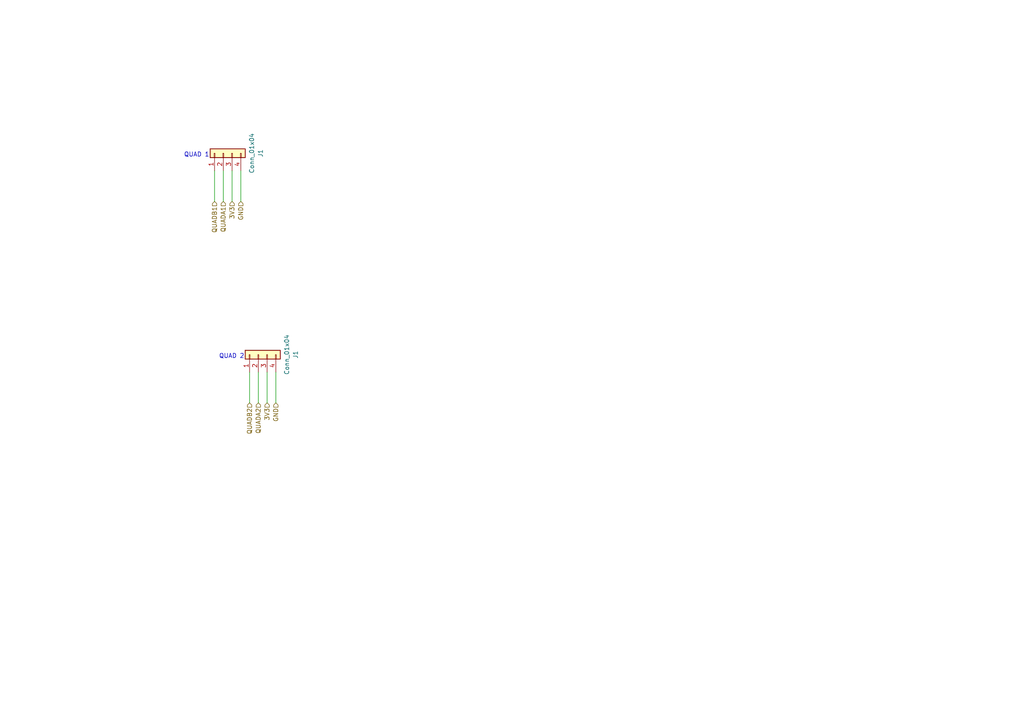
<source format=kicad_sch>
(kicad_sch (version 20230121) (generator eeschema)
  (paper "A4")
  (lib_symbols
    (symbol "Connector_Generic:Conn_01x04" (pin_names (offset 1.016) hide)
      (property "Reference" "J" (at 0 5.08 0))
      (property "Value" "Conn_01x04" (at 0 -7.62 0))
      (symbol "Conn_01x04_1_1"
        (rectangle (start -1.27 -4.953) (end 0 -5.207) (stroke (width 0.1524)))
        (rectangle (start -1.27 -2.413) (end 0 -2.667) (stroke (width 0.1524)))
        (rectangle (start -1.27 0.127) (end 0 -0.127) (stroke (width 0.1524)))
        (rectangle (start -1.27 2.667) (end 0 2.413) (stroke (width 0.1524)))
        (rectangle (start -1.27 3.81) (end 1.27 -6.35) (stroke (width 0.254)) (fill (type background)))
        (pin passive line (at -5.08 2.54 0) (length 3.81) (name "Pin_1") (number "1"))
        (pin passive line (at -5.08 0 0) (length 3.81) (name "Pin_2") (number "2"))
        (pin passive line (at -5.08 -2.54 0) (length 3.81) (name "Pin_3") (number "3"))
        (pin passive line (at -5.08 -5.08 0) (length 3.81) (name "Pin_4") (number "4"))
      )
    )
  )
  (wire (pts (xy 80.01 107.95) (xy 80.01 116.84)))
  (wire (pts (xy 64.77 49.53) (xy 64.77 58.42)))
  (wire (pts (xy 72.39 107.95) (xy 72.39 116.84)))
  (wire (pts (xy 67.31 49.53) (xy 67.31 58.42)))
  (wire (pts (xy 74.93 107.95) (xy 74.93 116.84)))
  (wire (pts (xy 77.47 107.95) (xy 77.47 116.84)))
  (wire (pts (xy 62.23 49.53) (xy 62.23 58.42)))
  (wire (pts (xy 69.85 49.53) (xy 69.85 58.42)))
  (text "QUAD 1" (at 53.34 45.72 0) (effects (font (size 1.27 1.27)) (justify left bottom)))
  (text "QUAD 2" (at 63.5 104.14 0) (effects (font (size 1.27 1.27)) (justify left bottom)))
  (hierarchical_label "QUADA2" (shape input) (at 74.93 116.84 270))
  (hierarchical_label "GND" (shape input) (at 80.01 116.84 270))
  (hierarchical_label "QUADB2" (shape input) (at 72.39 116.84 270))
  (hierarchical_label "GND" (shape input) (at 69.85 58.42 270))
  (hierarchical_label "3V3" (shape input) (at 67.31 58.42 270))
  (hierarchical_label "QUADB1" (shape input) (at 62.23 58.42 270))
  (hierarchical_label "QUADA1" (shape input) (at 64.77 58.42 270))
  (hierarchical_label "3V3" (shape input) (at 77.47 116.84 270))
  (symbol (lib_id "Connector_Generic:Conn_01x04") (at 64.77 44.45 90) (unit 1)
    (property "Reference" "J1" (at 75.565 44.45 0))
    (property "Value" "Conn_01x04" (at 73.025 44.45 0))
    (property "Footprint" "Connector_JST:JST_PH_S4B-PH-K_1x04_P2.00mm_Horizontal" (effects hide))
    (instances (project "ROSE-PILK_v1" (path "" (reference "J1") (unit 1)) (path "" (reference "J7") (unit 1)) (path "" (reference "J7") (unit 1))))
  )
  (symbol (lib_id "Connector_Generic:Conn_01x04") (at 74.93 102.87 90) (unit 1)
    (property "Reference" "J1" (at 85.725 102.87 0))
    (property "Value" "Conn_01x04" (at 83.185 102.87 0))
    (property "Footprint" "Connector_JST:JST_PH_S4B-PH-K_1x04_P2.00mm_Horizontal" (effects hide))
    (instances (project "ROSE-PILK_v1" (path "" (reference "J1") (unit 1)) (path "" (reference "J11") (unit 1)) (path "" (reference "J11") (unit 1))))
  )
)
</source>
